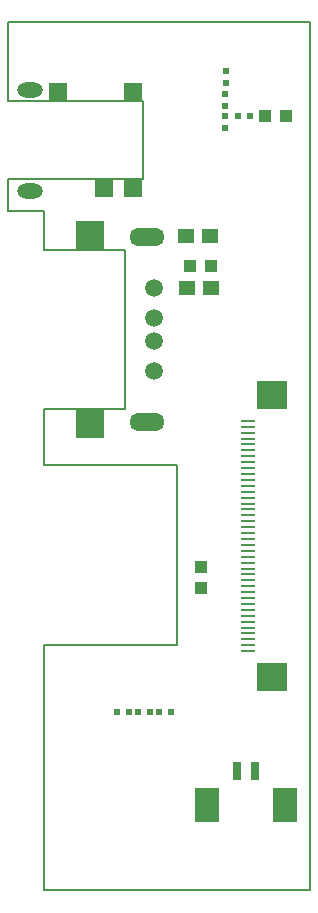
<source format=gbr>
G04 #@! TF.FileFunction,Paste,Top*
%FSLAX46Y46*%
G04 Gerber Fmt 4.6, Leading zero omitted, Abs format (unit mm)*
G04 Created by KiCad (PCBNEW no-vcs-found-undefined) date Tue Nov  8 14:50:56 2016*
%MOMM*%
%LPD*%
G01*
G04 APERTURE LIST*
%ADD10C,0.600000*%
%ADD11C,0.150000*%
%ADD12R,1.280000X0.230000*%
%ADD13R,2.580000X2.380000*%
%ADD14R,0.780000X1.580000*%
%ADD15R,2.080000X2.980000*%
%ADD16R,0.996000X0.996000*%
%ADD17R,0.480000X0.530000*%
%ADD18R,1.422400X1.168400*%
%ADD19R,0.530000X0.480000*%
%ADD20O,2.180000X1.280000*%
%ADD21R,1.580000X1.510000*%
%ADD22R,2.390000X2.390000*%
%ADD23C,1.504000*%
%ADD24O,2.980000X1.504000*%
G04 APERTURE END LIST*
D10*
D11*
X102500000Y-152750000D02*
X102500000Y-173500000D01*
X102500000Y-137500000D02*
X102500000Y-132715000D01*
X113800000Y-137500000D02*
X113800000Y-152750000D01*
X102500000Y-137500000D02*
X113800000Y-137500000D01*
X102500000Y-152750000D02*
X113800000Y-152750000D01*
X102500000Y-116000000D02*
X102500000Y-119253000D01*
X109347000Y-132715000D02*
X102500000Y-132715000D01*
X109347000Y-119253000D02*
X109347000Y-132715000D01*
X102500000Y-119253000D02*
X109347000Y-119253000D01*
X99500000Y-113284000D02*
X99500000Y-116000000D01*
X110900000Y-113284000D02*
X99500000Y-113284000D01*
X110900000Y-106680000D02*
X110900000Y-113284000D01*
X99500000Y-106680000D02*
X110900000Y-106680000D01*
X102500000Y-173500000D02*
X125000000Y-173500000D01*
X125000000Y-100000000D02*
X125000000Y-173500000D01*
X99500000Y-100000000D02*
X125000000Y-100000000D01*
X99500000Y-116000000D02*
X102500000Y-116000000D01*
X99500000Y-100000000D02*
X99500000Y-106680000D01*
D12*
X119750000Y-133750000D03*
X119750000Y-134250000D03*
X119750000Y-134750000D03*
X119750000Y-135250000D03*
X119750000Y-135750000D03*
X119750000Y-136250000D03*
X119750000Y-136750000D03*
X119750000Y-137250000D03*
X119750000Y-137750000D03*
X119750000Y-138250000D03*
X119750000Y-138750000D03*
X119750000Y-139250000D03*
X119750000Y-139750000D03*
X119750000Y-140250000D03*
X119750000Y-140750000D03*
X119750000Y-141250000D03*
X119750000Y-141750000D03*
X119750000Y-142250000D03*
X119750000Y-142750000D03*
X119750000Y-143250000D03*
X119750000Y-143750000D03*
X119750000Y-144250000D03*
X119750000Y-144750000D03*
X119750000Y-145250000D03*
X119750000Y-145750000D03*
X119750000Y-146250000D03*
X119750000Y-146750000D03*
X119750000Y-147250000D03*
X119750000Y-147750000D03*
X119750000Y-148250000D03*
X119750000Y-148750000D03*
X119750000Y-149250000D03*
X119750000Y-149750000D03*
X119750000Y-150250000D03*
X119750000Y-150750000D03*
X119750000Y-151250000D03*
X119750000Y-151750000D03*
X119750000Y-152250000D03*
X119750000Y-152750000D03*
X119750000Y-153250000D03*
D13*
X121850000Y-131600000D03*
X121850000Y-155400000D03*
D14*
X118884000Y-163367000D03*
X120384000Y-163367000D03*
D15*
X116334000Y-166267000D03*
X122934000Y-166267000D03*
D16*
X116636800Y-120599200D03*
X114858800Y-120599200D03*
D17*
X108712000Y-158419800D03*
X109728000Y-158419800D03*
X112268000Y-158419800D03*
X113284000Y-158419800D03*
X110490000Y-158419800D03*
X111506000Y-158419800D03*
D16*
X115800000Y-147889000D03*
X115800000Y-146111000D03*
D18*
X116560600Y-118135400D03*
X114528600Y-118135400D03*
X116611400Y-122504200D03*
X114579400Y-122504200D03*
D16*
X123012200Y-107899200D03*
X121234200Y-107899200D03*
D19*
X117856000Y-106045000D03*
X117856000Y-107061000D03*
X117856000Y-107899200D03*
X117856000Y-108915200D03*
X117881400Y-105130600D03*
X117881400Y-104114600D03*
D17*
X119938800Y-107899200D03*
X118922800Y-107899200D03*
D20*
X101300000Y-114300000D03*
X101300000Y-105700000D03*
D21*
X103700000Y-105935000D03*
X107550000Y-114065000D03*
X110050000Y-105935000D03*
X110050000Y-114065000D03*
D22*
X106400000Y-134000000D03*
D23*
X111800000Y-122500000D03*
X111800000Y-125000000D03*
X111800000Y-127000000D03*
X111800000Y-129500000D03*
D24*
X111200000Y-118150000D03*
X111200000Y-133850000D03*
D22*
X106400000Y-118000000D03*
M02*

</source>
